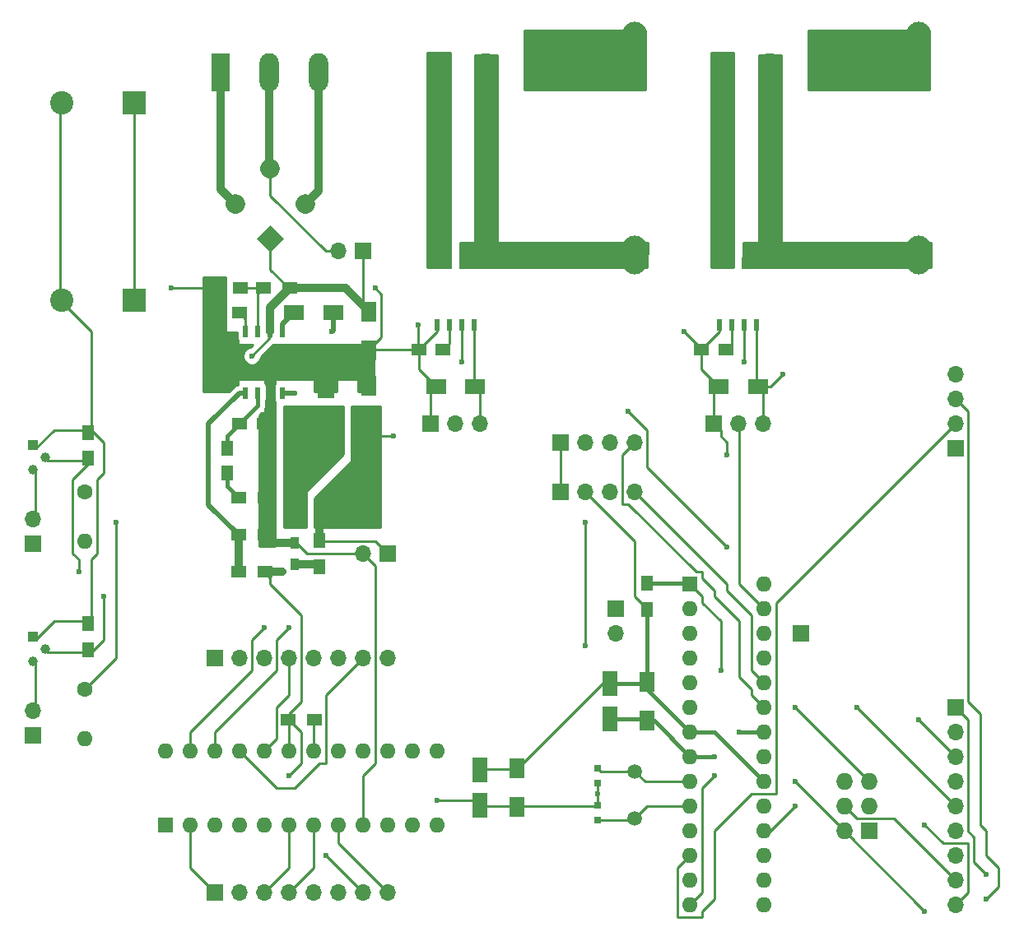
<source format=gbr>
G04 #@! TF.FileFunction,Copper,L1,Top,Signal*
%FSLAX46Y46*%
G04 Gerber Fmt 4.6, Leading zero omitted, Abs format (unit mm)*
G04 Created by KiCad (PCBNEW 4.0.7) date Fri Feb  9 05:02:28 2018*
%MOMM*%
%LPD*%
G01*
G04 APERTURE LIST*
%ADD10C,0.100000*%
%ADD11R,1.500000X1.250000*%
%ADD12R,1.600000X2.600000*%
%ADD13R,0.750000X0.800000*%
%ADD14R,1.600000X2.000000*%
%ADD15R,2.400000X2.400000*%
%ADD16C,2.400000*%
%ADD17R,2.000000X1.600000*%
%ADD18R,1.250000X1.500000*%
%ADD19C,2.000000*%
%ADD20R,1.800000X2.500000*%
%ADD21R,0.900000X1.200000*%
%ADD22O,2.500000X4.000000*%
%ADD23R,1.980000X3.960000*%
%ADD24O,1.980000X3.960000*%
%ADD25R,1.700000X1.700000*%
%ADD26O,1.700000X1.700000*%
%ADD27C,1.000000*%
%ADD28R,1.000000X1.000000*%
%ADD29R,1.600000X1.600000*%
%ADD30O,1.600000X1.600000*%
%ADD31R,0.508000X1.143000*%
%ADD32C,1.500000*%
%ADD33R,1.300000X1.500000*%
%ADD34R,1.500000X1.300000*%
%ADD35R,1.727200X1.727200*%
%ADD36O,1.727200X1.727200*%
%ADD37C,1.600000*%
%ADD38C,0.600000*%
%ADD39C,0.254000*%
%ADD40C,0.381000*%
%ADD41C,0.812800*%
%ADD42C,0.508000*%
G04 APERTURE END LIST*
D10*
D11*
X159238000Y-67310000D03*
X156738000Y-67310000D03*
D12*
X147320000Y-101705000D03*
X147320000Y-105305000D03*
D13*
X146050000Y-111875000D03*
X146050000Y-110375000D03*
D14*
X151130000Y-101505000D03*
X151130000Y-105505000D03*
D13*
X146050000Y-114185000D03*
X146050000Y-115685000D03*
D15*
X98425000Y-41910000D03*
D16*
X90925000Y-41910000D03*
D15*
X98425000Y-62230000D03*
D16*
X90925000Y-62230000D03*
D14*
X122555000Y-63405000D03*
X122555000Y-67405000D03*
X137795000Y-110395000D03*
X137795000Y-114395000D03*
D17*
X118840000Y-63500000D03*
X114840000Y-63500000D03*
D12*
X133985000Y-110595000D03*
X133985000Y-114195000D03*
D11*
X109200000Y-63500000D03*
X106700000Y-63500000D03*
D18*
X107950000Y-77490000D03*
X107950000Y-79990000D03*
D11*
X109240000Y-74930000D03*
X111740000Y-74930000D03*
D14*
X122555000Y-75025000D03*
X122555000Y-71025000D03*
D17*
X162528000Y-71120000D03*
X158528000Y-71120000D03*
X133445000Y-71120000D03*
X129445000Y-71120000D03*
D11*
X130155000Y-67310000D03*
X127655000Y-67310000D03*
D19*
X108802898Y-52287898D02*
X108802898Y-52287898D01*
X115987102Y-52287898D02*
X115987102Y-52287898D01*
X112395000Y-48695795D02*
X112395000Y-48695795D01*
D10*
G36*
X113809214Y-55880000D02*
X112395000Y-57294214D01*
X110980786Y-55880000D01*
X112395000Y-54465786D01*
X113809214Y-55880000D01*
X113809214Y-55880000D01*
G37*
D20*
X118110000Y-75025000D03*
X118110000Y-71025000D03*
D21*
X114935000Y-87165000D03*
X114935000Y-89365000D03*
D22*
X179070000Y-57560000D03*
X179070000Y-35560000D03*
X149860000Y-57560000D03*
X149860000Y-35560000D03*
D23*
X107315000Y-38735000D03*
D24*
X112315000Y-38735000D03*
X117315000Y-38735000D03*
D25*
X106680000Y-123190000D03*
D26*
X109220000Y-123190000D03*
X111760000Y-123190000D03*
X114300000Y-123190000D03*
X116840000Y-123190000D03*
X119380000Y-123190000D03*
X121920000Y-123190000D03*
X124460000Y-123190000D03*
D25*
X106680000Y-99060000D03*
D26*
X109220000Y-99060000D03*
X111760000Y-99060000D03*
X114300000Y-99060000D03*
X116840000Y-99060000D03*
X119380000Y-99060000D03*
X121920000Y-99060000D03*
X124460000Y-99060000D03*
D25*
X142240000Y-76835000D03*
D26*
X144780000Y-76835000D03*
X147320000Y-76835000D03*
X149860000Y-76835000D03*
D25*
X142240000Y-81915000D03*
D26*
X144780000Y-81915000D03*
X147320000Y-81915000D03*
X149860000Y-81915000D03*
D25*
X182880000Y-104140000D03*
D26*
X182880000Y-106680000D03*
X182880000Y-109220000D03*
X182880000Y-111760000D03*
X182880000Y-114300000D03*
X182880000Y-116840000D03*
X182880000Y-119380000D03*
X182880000Y-121920000D03*
X182880000Y-124460000D03*
D25*
X182880000Y-77470000D03*
D26*
X182880000Y-74930000D03*
X182880000Y-72390000D03*
X182880000Y-69850000D03*
D25*
X157988000Y-74930000D03*
D26*
X160528000Y-74930000D03*
X163068000Y-74930000D03*
D25*
X128905000Y-74930000D03*
D26*
X131445000Y-74930000D03*
X133985000Y-74930000D03*
D25*
X124460000Y-88265000D03*
D26*
X121920000Y-88265000D03*
D25*
X121920000Y-57150000D03*
D26*
X119380000Y-57150000D03*
D23*
X158750000Y-38735000D03*
D24*
X163750000Y-38735000D03*
X168750000Y-38735000D03*
D23*
X129540000Y-38735000D03*
D24*
X134540000Y-38735000D03*
X139540000Y-38735000D03*
D10*
G36*
X115345711Y-79929924D02*
X113790076Y-78374289D01*
X115204289Y-76960076D01*
X116759924Y-78515711D01*
X115345711Y-79929924D01*
X115345711Y-79929924D01*
G37*
G36*
X119745711Y-84329924D02*
X118190076Y-82774289D01*
X119604289Y-81360076D01*
X121159924Y-82915711D01*
X119745711Y-84329924D01*
X119745711Y-84329924D01*
G37*
D25*
X87947500Y-87312500D03*
D26*
X87947500Y-84772500D03*
D25*
X87947500Y-106997500D03*
D26*
X87947500Y-104457500D03*
D27*
X89217500Y-78422500D03*
X87947500Y-79692500D03*
D28*
X87947500Y-77152500D03*
D27*
X89217500Y-98107500D03*
X87947500Y-99377500D03*
D28*
X87947500Y-96837500D03*
D29*
X155575000Y-91440000D03*
D30*
X163195000Y-124460000D03*
X155575000Y-93980000D03*
X163195000Y-121920000D03*
X155575000Y-96520000D03*
X163195000Y-119380000D03*
X155575000Y-99060000D03*
X163195000Y-116840000D03*
X155575000Y-101600000D03*
X163195000Y-114300000D03*
X155575000Y-104140000D03*
X163195000Y-111760000D03*
X155575000Y-106680000D03*
X163195000Y-109220000D03*
X155575000Y-109220000D03*
X163195000Y-106680000D03*
X155575000Y-111760000D03*
X163195000Y-104140000D03*
X155575000Y-114300000D03*
X163195000Y-101600000D03*
X155575000Y-116840000D03*
X163195000Y-99060000D03*
X155575000Y-119380000D03*
X163195000Y-96520000D03*
X155575000Y-121920000D03*
X163195000Y-93980000D03*
X155575000Y-124460000D03*
X163195000Y-91440000D03*
D29*
X101600000Y-116205000D03*
D30*
X129540000Y-108585000D03*
X104140000Y-116205000D03*
X127000000Y-108585000D03*
X106680000Y-116205000D03*
X124460000Y-108585000D03*
X109220000Y-116205000D03*
X121920000Y-108585000D03*
X111760000Y-116205000D03*
X119380000Y-108585000D03*
X114300000Y-116205000D03*
X116840000Y-108585000D03*
X116840000Y-116205000D03*
X114300000Y-108585000D03*
X119380000Y-116205000D03*
X111760000Y-108585000D03*
X121920000Y-116205000D03*
X109220000Y-108585000D03*
X124460000Y-116205000D03*
X106680000Y-108585000D03*
X127000000Y-116205000D03*
X104140000Y-108585000D03*
X129540000Y-116205000D03*
X101600000Y-108585000D03*
D31*
X113665000Y-71755000D03*
X112395000Y-71755000D03*
X111125000Y-71755000D03*
X109855000Y-71755000D03*
X109855000Y-65405000D03*
X111125000Y-65405000D03*
X112395000Y-65405000D03*
X113665000Y-65405000D03*
X162433000Y-64770000D03*
X161163000Y-64770000D03*
X159893000Y-64770000D03*
X158623000Y-64770000D03*
X158623000Y-58420000D03*
X159893000Y-58420000D03*
X161163000Y-58420000D03*
X162433000Y-58420000D03*
X133350000Y-64770000D03*
X132080000Y-64770000D03*
X130810000Y-64770000D03*
X129540000Y-64770000D03*
X129540000Y-58420000D03*
X130810000Y-58420000D03*
X132080000Y-58420000D03*
X133350000Y-58420000D03*
D32*
X149860000Y-115570000D03*
X149860000Y-110690000D03*
D33*
X151130000Y-94060000D03*
X151130000Y-91360000D03*
D34*
X114220000Y-105410000D03*
X116920000Y-105410000D03*
X114380000Y-60960000D03*
X111680000Y-60960000D03*
X109300000Y-60960000D03*
X106600000Y-60960000D03*
X111840000Y-82550000D03*
X109140000Y-82550000D03*
X111840000Y-90170000D03*
X109140000Y-90170000D03*
X109140000Y-86360000D03*
X111840000Y-86360000D03*
D33*
X117475000Y-86915000D03*
X117475000Y-89615000D03*
X93662500Y-78502500D03*
X93662500Y-75802500D03*
X93662500Y-98187500D03*
X93662500Y-95487500D03*
D25*
X147955000Y-93980000D03*
D26*
X147955000Y-96520000D03*
D25*
X167005000Y-96520000D03*
D35*
X173990000Y-116840000D03*
D36*
X171450000Y-116840000D03*
X173990000Y-114300000D03*
X171450000Y-114300000D03*
X173990000Y-111760000D03*
X171450000Y-111760000D03*
D37*
X93345000Y-81915000D03*
D30*
X93345000Y-86995000D03*
D37*
X93345000Y-102235000D03*
D30*
X93345000Y-107315000D03*
D38*
X179705000Y-125095000D03*
X186055000Y-121285000D03*
X114300000Y-111125000D03*
X166370000Y-111760000D03*
X165100000Y-69850000D03*
X96520000Y-85090000D03*
X125095000Y-76200000D03*
X118745000Y-85090000D03*
X113665000Y-90170000D03*
X159385000Y-78105000D03*
X127635000Y-64770000D03*
X154940000Y-65405000D03*
X123190000Y-60960000D03*
X102235000Y-60960000D03*
X129540000Y-113665000D03*
X160655000Y-106680000D03*
X158115000Y-109220000D03*
X146050000Y-113030000D03*
X110490000Y-67945000D03*
X158750000Y-100330000D03*
X166370000Y-104140000D03*
X179705000Y-116205000D03*
X166370000Y-114300000D03*
X186055000Y-123825000D03*
X118110000Y-119380000D03*
X114300000Y-95885000D03*
X111760000Y-95885000D03*
X172720000Y-104140000D03*
X179070000Y-105410000D03*
X144780000Y-85090000D03*
X144780000Y-97790000D03*
X158115000Y-111125000D03*
X92710000Y-90170000D03*
X95250000Y-92710000D03*
X161163000Y-68580000D03*
X159385000Y-87630000D03*
X149225000Y-73660000D03*
X132080000Y-68580000D03*
X118745000Y-65405000D03*
X114935000Y-71755000D03*
D39*
X171450000Y-116840000D02*
X179705000Y-125095000D01*
X186055000Y-121285000D02*
X184785000Y-120015000D01*
X184785000Y-120015000D02*
X184785000Y-117475000D01*
X184785000Y-117475000D02*
X184150000Y-116840000D01*
X184150000Y-116840000D02*
X184150000Y-105410000D01*
X184150000Y-105410000D02*
X182880000Y-104140000D01*
X147320000Y-101705000D02*
X147320000Y-101600000D01*
X147320000Y-101600000D02*
X146685000Y-101600000D01*
X146685000Y-101600000D02*
X137795000Y-110490000D01*
X137795000Y-110490000D02*
X137795000Y-110395000D01*
X144780000Y-81915000D02*
X149860000Y-86995000D01*
X149860000Y-86995000D02*
X149860000Y-92710000D01*
X149860000Y-92710000D02*
X151130000Y-93980000D01*
X151130000Y-93980000D02*
X151130000Y-94060000D01*
X114220000Y-105410000D02*
X114300000Y-105410000D01*
X114300000Y-105410000D02*
X115570000Y-106680000D01*
X115570000Y-106680000D02*
X115570000Y-109855000D01*
X115570000Y-109855000D02*
X114300000Y-111125000D01*
X166370000Y-111760000D02*
X171450000Y-116840000D01*
X162528000Y-71120000D02*
X163830000Y-71120000D01*
X163830000Y-71120000D02*
X165100000Y-69850000D01*
X111840000Y-90170000D02*
X111760000Y-90170000D01*
X111760000Y-90170000D02*
X112395000Y-90805000D01*
X112395000Y-90805000D02*
X112395000Y-91440000D01*
X112395000Y-91440000D02*
X115570000Y-94615000D01*
X115570000Y-94615000D02*
X115570000Y-103505000D01*
X115570000Y-103505000D02*
X114300000Y-104775000D01*
X114300000Y-104775000D02*
X114300000Y-105410000D01*
X114300000Y-105410000D02*
X114220000Y-105410000D01*
X93345000Y-102235000D02*
X96520000Y-99060000D01*
X96520000Y-99060000D02*
X96520000Y-85090000D01*
X125095000Y-76200000D02*
X123825000Y-76200000D01*
X123825000Y-76200000D02*
X122555000Y-74930000D01*
X122555000Y-74930000D02*
X122555000Y-75025000D01*
X117475000Y-86915000D02*
X117475000Y-86995000D01*
X117475000Y-86995000D02*
X123190000Y-86995000D01*
X123190000Y-86995000D02*
X124460000Y-88265000D01*
X142240000Y-76835000D02*
X142240000Y-81915000D01*
X137795000Y-110395000D02*
X137795000Y-110490000D01*
X137795000Y-110490000D02*
X133985000Y-110490000D01*
X133985000Y-110490000D02*
X133985000Y-110595000D01*
X114220000Y-105410000D02*
X114300000Y-105410000D01*
X114300000Y-105410000D02*
X114300000Y-108585000D01*
X163068000Y-74930000D02*
X163068000Y-71660000D01*
X163068000Y-71660000D02*
X162528000Y-71120000D01*
X162433000Y-64770000D02*
X162433000Y-71025000D01*
X162433000Y-71025000D02*
X162528000Y-71120000D01*
X133985000Y-74930000D02*
X133985000Y-71660000D01*
X133985000Y-71660000D02*
X133445000Y-71120000D01*
X133350000Y-64770000D02*
X133350000Y-71025000D01*
X133350000Y-71025000D02*
X133445000Y-71120000D01*
X163068000Y-71660000D02*
X162528000Y-71120000D01*
X162433000Y-71025000D02*
X162528000Y-71120000D01*
D40*
X151130000Y-94060000D02*
X151130000Y-101505000D01*
X155575000Y-106680000D02*
X158115000Y-106680000D01*
X158115000Y-106680000D02*
X163195000Y-111760000D01*
X151130000Y-101505000D02*
X151130000Y-102235000D01*
X151130000Y-102235000D02*
X155575000Y-106680000D01*
X147320000Y-101705000D02*
X150930000Y-101705000D01*
X150930000Y-101705000D02*
X151130000Y-101505000D01*
D41*
X111840000Y-90170000D02*
X113665000Y-90170000D01*
X117475000Y-86915000D02*
X117475000Y-85090000D01*
D39*
X119380000Y-57150000D02*
X118110000Y-57150000D01*
X118110000Y-57150000D02*
X112395000Y-51435000D01*
X112395000Y-51435000D02*
X112395000Y-48695795D01*
X157988000Y-74930000D02*
X158115000Y-74930000D01*
X158115000Y-74930000D02*
X158750000Y-75565000D01*
X158750000Y-75565000D02*
X158750000Y-76200000D01*
X158750000Y-76200000D02*
X159385000Y-76835000D01*
X159385000Y-76835000D02*
X159385000Y-78105000D01*
X127655000Y-67310000D02*
X127635000Y-67310000D01*
X127635000Y-67310000D02*
X127635000Y-64770000D01*
X154940000Y-65405000D02*
X156845000Y-67310000D01*
X156845000Y-67310000D02*
X156738000Y-67310000D01*
X121920000Y-88265000D02*
X123190000Y-89535000D01*
X123190000Y-89535000D02*
X123190000Y-109855000D01*
X123190000Y-109855000D02*
X121920000Y-111125000D01*
X121920000Y-111125000D02*
X121920000Y-116205000D01*
X90925000Y-62230000D02*
X90805000Y-62230000D01*
X90805000Y-62230000D02*
X93980000Y-65405000D01*
X93980000Y-65405000D02*
X93980000Y-75565000D01*
X93980000Y-75565000D02*
X93662500Y-75802500D01*
X122555000Y-67405000D02*
X122555000Y-67310000D01*
X122555000Y-67310000D02*
X123825000Y-66040000D01*
X123825000Y-66040000D02*
X123825000Y-61595000D01*
X123825000Y-61595000D02*
X123190000Y-60960000D01*
X90925000Y-62230000D02*
X90805000Y-62230000D01*
X90805000Y-62230000D02*
X90805000Y-41910000D01*
X90805000Y-41910000D02*
X90925000Y-41910000D01*
X106600000Y-60960000D02*
X102235000Y-60960000D01*
X93662500Y-75802500D02*
X93980000Y-75565000D01*
X93980000Y-75565000D02*
X95250000Y-76835000D01*
X95250000Y-76835000D02*
X95250000Y-80010000D01*
X95250000Y-80010000D02*
X94615000Y-80645000D01*
X94615000Y-80645000D02*
X94615000Y-88265000D01*
X94615000Y-88265000D02*
X93980000Y-88900000D01*
X93980000Y-88900000D02*
X93980000Y-95250000D01*
X93980000Y-95250000D02*
X93662500Y-95487500D01*
X129540000Y-113665000D02*
X133350000Y-113665000D01*
X133350000Y-113665000D02*
X133985000Y-114300000D01*
X133985000Y-114300000D02*
X133985000Y-114195000D01*
X93662500Y-95487500D02*
X93980000Y-95250000D01*
X93980000Y-95250000D02*
X90170000Y-95250000D01*
X90170000Y-95250000D02*
X88265000Y-97155000D01*
X88265000Y-97155000D02*
X87947500Y-96837500D01*
X93662500Y-75802500D02*
X93980000Y-75565000D01*
X93980000Y-75565000D02*
X90170000Y-75565000D01*
X90170000Y-75565000D02*
X88265000Y-77470000D01*
X88265000Y-77470000D02*
X87947500Y-77152500D01*
X114935000Y-87165000D02*
X114935000Y-86995000D01*
X114935000Y-86995000D02*
X116205000Y-88265000D01*
X116205000Y-88265000D02*
X121920000Y-88265000D01*
X137795000Y-114395000D02*
X137795000Y-114300000D01*
X137795000Y-114300000D02*
X146050000Y-114300000D01*
X146050000Y-114300000D02*
X146050000Y-114185000D01*
X122555000Y-67405000D02*
X122555000Y-67310000D01*
X122555000Y-67310000D02*
X127655000Y-67310000D01*
X133985000Y-114195000D02*
X133985000Y-114300000D01*
X133985000Y-114300000D02*
X137795000Y-114300000D01*
X137795000Y-114300000D02*
X137795000Y-114395000D01*
D41*
X112315000Y-48615795D02*
X112395000Y-48695795D01*
X112315000Y-38735000D02*
X112315000Y-48615795D01*
D39*
X158623000Y-64770000D02*
X158623000Y-65425000D01*
X157988000Y-74930000D02*
X157988000Y-71660000D01*
X157988000Y-71660000D02*
X158528000Y-71120000D01*
X156738000Y-67310000D02*
X156738000Y-69330000D01*
X156738000Y-69330000D02*
X158528000Y-71120000D01*
X158623000Y-65425000D02*
X156738000Y-67310000D01*
X127655000Y-67310000D02*
X127655000Y-69330000D01*
X127655000Y-69330000D02*
X129445000Y-71120000D01*
X129540000Y-64770000D02*
X129540000Y-65425000D01*
X129540000Y-65425000D02*
X127655000Y-67310000D01*
X128905000Y-74930000D02*
X128905000Y-71660000D01*
X128905000Y-71660000D02*
X129445000Y-71120000D01*
X157988000Y-71660000D02*
X158528000Y-71120000D01*
D40*
X155575000Y-109220000D02*
X158115000Y-109220000D01*
X160655000Y-106680000D02*
X163195000Y-106680000D01*
X151130000Y-105505000D02*
X151860000Y-105505000D01*
X151860000Y-105505000D02*
X155575000Y-109220000D01*
X147320000Y-105305000D02*
X150930000Y-105305000D01*
X150930000Y-105305000D02*
X151130000Y-105505000D01*
D39*
X146050000Y-111875000D02*
X146050000Y-113030000D01*
X146050000Y-113030000D02*
X146050000Y-114185000D01*
D41*
X114935000Y-87165000D02*
X112645000Y-87165000D01*
X112645000Y-87165000D02*
X111840000Y-86360000D01*
X111840000Y-75030000D02*
X111740000Y-74930000D01*
D39*
X149860000Y-110690000D02*
X146365000Y-110690000D01*
X146365000Y-110690000D02*
X146050000Y-110375000D01*
X146365000Y-110690000D02*
X146165000Y-110490000D01*
X155575000Y-111760000D02*
X150930000Y-111760000D01*
X150930000Y-111760000D02*
X149860000Y-110690000D01*
X146050000Y-115685000D02*
X149745000Y-115685000D01*
X149745000Y-115685000D02*
X149860000Y-115570000D01*
X155575000Y-114300000D02*
X151130000Y-114300000D01*
X151130000Y-114300000D02*
X149860000Y-115570000D01*
X112395000Y-65405000D02*
X112395000Y-66040000D01*
X112395000Y-66040000D02*
X110490000Y-67945000D01*
X98425000Y-62230000D02*
X98425000Y-41910000D01*
X114380000Y-60960000D02*
X114300000Y-60960000D01*
X114300000Y-60960000D02*
X112395000Y-59055000D01*
X112395000Y-59055000D02*
X112395000Y-55880000D01*
X122555000Y-63405000D02*
X122555000Y-63500000D01*
X122555000Y-63500000D02*
X121920000Y-62865000D01*
X121920000Y-62865000D02*
X121920000Y-57150000D01*
D41*
X120110000Y-60960000D02*
X122555000Y-63405000D01*
X114380000Y-60960000D02*
X120110000Y-60960000D01*
X112395000Y-65405000D02*
X112395000Y-62945000D01*
X112395000Y-62945000D02*
X114380000Y-60960000D01*
X122555000Y-63405000D02*
X122540000Y-63405000D01*
D39*
X109855000Y-65405000D02*
X109855000Y-64155000D01*
X109855000Y-64155000D02*
X109200000Y-63500000D01*
X155575000Y-91440000D02*
X156845000Y-92710000D01*
X156845000Y-92710000D02*
X156845000Y-93345000D01*
X156845000Y-93345000D02*
X158750000Y-95250000D01*
X158750000Y-95250000D02*
X158750000Y-100330000D01*
X166370000Y-104140000D02*
X173990000Y-111760000D01*
D40*
X151130000Y-91360000D02*
X155495000Y-91360000D01*
X155495000Y-91360000D02*
X155575000Y-91440000D01*
D39*
X179705000Y-116205000D02*
X181610000Y-118110000D01*
X181610000Y-118110000D02*
X184150000Y-118110000D01*
X184150000Y-118110000D02*
X184150000Y-123190000D01*
X184150000Y-123190000D02*
X182880000Y-124460000D01*
X171450000Y-114300000D02*
X172720000Y-115570000D01*
X172720000Y-115570000D02*
X176530000Y-115570000D01*
X176530000Y-115570000D02*
X182880000Y-121920000D01*
X163195000Y-116840000D02*
X163830000Y-116840000D01*
X163830000Y-116840000D02*
X166370000Y-114300000D01*
D41*
X117315000Y-50960000D02*
X115987102Y-52287898D01*
X117315000Y-38735000D02*
X117315000Y-50960000D01*
X107315000Y-50800000D02*
X108802898Y-52287898D01*
X107315000Y-38735000D02*
X107315000Y-50800000D01*
D39*
X182880000Y-74930000D02*
X164465000Y-93345000D01*
X164465000Y-93345000D02*
X164465000Y-113030000D01*
X164465000Y-113030000D02*
X161925000Y-113030000D01*
X161925000Y-113030000D02*
X158115000Y-116840000D01*
X158115000Y-116840000D02*
X158115000Y-123825000D01*
X158115000Y-123825000D02*
X156845000Y-125095000D01*
X156845000Y-125095000D02*
X156845000Y-125730000D01*
X156845000Y-125730000D02*
X154305000Y-125730000D01*
X154305000Y-125730000D02*
X154305000Y-120650000D01*
X154305000Y-120650000D02*
X155575000Y-119380000D01*
X186055000Y-123825000D02*
X187325000Y-122555000D01*
X187325000Y-122555000D02*
X187325000Y-120650000D01*
X187325000Y-120650000D02*
X186055000Y-119380000D01*
X186055000Y-119380000D02*
X186055000Y-116840000D01*
X186055000Y-116840000D02*
X185420000Y-116205000D01*
X185420000Y-116205000D02*
X185420000Y-104775000D01*
X185420000Y-104775000D02*
X184150000Y-103505000D01*
X184150000Y-103505000D02*
X184150000Y-73660000D01*
X184150000Y-73660000D02*
X182880000Y-72390000D01*
D41*
X114935000Y-89365000D02*
X117225000Y-89365000D01*
X117225000Y-89365000D02*
X117475000Y-89615000D01*
D39*
X106680000Y-123190000D02*
X104140000Y-120650000D01*
X104140000Y-120650000D02*
X104140000Y-116205000D01*
X111760000Y-123190000D02*
X114300000Y-120650000D01*
X114300000Y-120650000D02*
X114300000Y-116205000D01*
X114300000Y-123190000D02*
X116840000Y-120650000D01*
X116840000Y-120650000D02*
X116840000Y-116205000D01*
X118110000Y-119380000D02*
X121920000Y-123190000D01*
X124460000Y-123190000D02*
X119380000Y-118110000D01*
X119380000Y-118110000D02*
X119380000Y-116205000D01*
X111760000Y-108585000D02*
X113030000Y-107315000D01*
X113030000Y-107315000D02*
X113030000Y-104140000D01*
X113030000Y-104140000D02*
X114300000Y-102870000D01*
X114300000Y-102870000D02*
X114300000Y-99060000D01*
X114300000Y-95885000D02*
X113030000Y-97155000D01*
X113030000Y-97155000D02*
X113030000Y-100330000D01*
X113030000Y-100330000D02*
X106680000Y-106680000D01*
X106680000Y-106680000D02*
X106680000Y-108585000D01*
X121920000Y-99060000D02*
X118110000Y-102870000D01*
X118110000Y-102870000D02*
X118110000Y-109855000D01*
X118110000Y-109855000D02*
X117475000Y-109855000D01*
X117475000Y-109855000D02*
X114935000Y-112395000D01*
X114935000Y-112395000D02*
X113030000Y-112395000D01*
X113030000Y-112395000D02*
X109220000Y-108585000D01*
X111760000Y-95885000D02*
X110490000Y-97155000D01*
X110490000Y-97155000D02*
X110490000Y-100330000D01*
X110490000Y-100330000D02*
X104140000Y-106680000D01*
X104140000Y-106680000D02*
X104140000Y-108585000D01*
X182880000Y-114300000D02*
X172720000Y-104140000D01*
X179070000Y-105410000D02*
X182880000Y-109220000D01*
X149860000Y-76835000D02*
X148590000Y-78105000D01*
X148590000Y-78105000D02*
X148590000Y-83185000D01*
X148590000Y-83185000D02*
X149225000Y-83185000D01*
X149225000Y-83185000D02*
X156210000Y-90170000D01*
X156210000Y-90170000D02*
X156845000Y-90170000D01*
X156845000Y-90170000D02*
X156845000Y-90805000D01*
X156845000Y-90805000D02*
X158115000Y-92075000D01*
X158115000Y-92075000D02*
X158115000Y-92710000D01*
X158115000Y-92710000D02*
X160655000Y-95250000D01*
X160655000Y-95250000D02*
X160655000Y-100965000D01*
X160655000Y-100965000D02*
X161925000Y-102235000D01*
X161925000Y-102235000D02*
X161925000Y-102870000D01*
X161925000Y-102870000D02*
X163195000Y-104140000D01*
X144780000Y-85090000D02*
X144780000Y-97790000D01*
X158115000Y-111125000D02*
X156845000Y-112395000D01*
X156845000Y-112395000D02*
X156845000Y-123190000D01*
X156845000Y-123190000D02*
X155575000Y-124460000D01*
X149860000Y-81915000D02*
X159385000Y-91440000D01*
X159385000Y-91440000D02*
X159385000Y-92075000D01*
X159385000Y-92075000D02*
X161925000Y-94615000D01*
X161925000Y-94615000D02*
X161925000Y-100330000D01*
X161925000Y-100330000D02*
X163195000Y-101600000D01*
X87947500Y-79692500D02*
X88265000Y-80010000D01*
X88265000Y-80010000D02*
X88265000Y-85090000D01*
X88265000Y-85090000D02*
X87947500Y-84772500D01*
X87947500Y-104457500D02*
X88265000Y-104775000D01*
X88265000Y-104775000D02*
X88265000Y-99695000D01*
X88265000Y-99695000D02*
X87947500Y-99377500D01*
X93662500Y-78502500D02*
X93980000Y-78740000D01*
X93980000Y-78740000D02*
X92075000Y-80645000D01*
X92075000Y-80645000D02*
X92075000Y-88265000D01*
X92075000Y-88265000D02*
X92710000Y-88900000D01*
X92710000Y-88900000D02*
X92710000Y-90170000D01*
X89217500Y-78422500D02*
X89535000Y-78740000D01*
X89535000Y-78740000D02*
X93980000Y-78740000D01*
X93980000Y-78740000D02*
X93662500Y-78502500D01*
X95250000Y-92710000D02*
X95250000Y-97155000D01*
X95250000Y-97155000D02*
X93980000Y-98425000D01*
X93980000Y-98425000D02*
X93662500Y-98187500D01*
X93662500Y-98187500D02*
X93980000Y-98425000D01*
X93980000Y-98425000D02*
X89535000Y-98425000D01*
X89535000Y-98425000D02*
X89217500Y-98107500D01*
X109300000Y-60960000D02*
X111680000Y-60960000D01*
X111125000Y-65405000D02*
X111125000Y-61515000D01*
X111125000Y-61515000D02*
X111680000Y-60960000D01*
X163195000Y-93980000D02*
X160655000Y-91440000D01*
X160655000Y-91440000D02*
X160655000Y-74930000D01*
X160655000Y-74930000D02*
X160528000Y-74930000D01*
X161163000Y-64770000D02*
X161163000Y-68580000D01*
X159385000Y-87630000D02*
X151130000Y-79375000D01*
X151130000Y-79375000D02*
X151130000Y-75565000D01*
X151130000Y-75565000D02*
X149225000Y-73660000D01*
X132080000Y-64770000D02*
X132080000Y-68580000D01*
D42*
X113665000Y-71755000D02*
X114935000Y-71755000D01*
X118840000Y-65310000D02*
X118840000Y-63500000D01*
X118745000Y-65405000D02*
X118840000Y-65310000D01*
X113665000Y-65405000D02*
X113665000Y-64675000D01*
X113665000Y-64675000D02*
X114840000Y-63500000D01*
D40*
X111125000Y-71755000D02*
X111125000Y-73045000D01*
X111125000Y-73045000D02*
X109240000Y-74930000D01*
X107950000Y-77490000D02*
X107950000Y-76220000D01*
X107950000Y-76220000D02*
X109240000Y-74930000D01*
X107950000Y-79990000D02*
X107950000Y-81360000D01*
X107950000Y-81360000D02*
X109140000Y-82550000D01*
D39*
X116920000Y-105410000D02*
X116840000Y-105410000D01*
X116840000Y-105410000D02*
X116840000Y-108585000D01*
X159893000Y-64770000D02*
X159893000Y-66655000D01*
X159893000Y-66655000D02*
X159238000Y-67310000D01*
X130810000Y-64770000D02*
X130810000Y-66655000D01*
X130810000Y-66655000D02*
X130155000Y-67310000D01*
D42*
X109855000Y-71755000D02*
X109220000Y-71755000D01*
X106045000Y-83265000D02*
X109140000Y-86360000D01*
X106045000Y-74930000D02*
X106045000Y-83265000D01*
X109220000Y-71755000D02*
X106045000Y-74930000D01*
D41*
X109140000Y-86360000D02*
X109140000Y-90170000D01*
D39*
G36*
X107823000Y-62774064D02*
X107802560Y-62875000D01*
X107802560Y-64125000D01*
X107823000Y-64233629D01*
X107823000Y-65405000D01*
X107833006Y-65454410D01*
X107861447Y-65496035D01*
X107903841Y-65523315D01*
X107950000Y-65532000D01*
X108953560Y-65532000D01*
X108953560Y-65976500D01*
X108997838Y-66211817D01*
X109093000Y-66359703D01*
X109093000Y-66675000D01*
X109103006Y-66724410D01*
X109131447Y-66766035D01*
X109173841Y-66793315D01*
X109220000Y-66802000D01*
X110555370Y-66802000D01*
X110347495Y-67009875D01*
X110304833Y-67009838D01*
X109961057Y-67151883D01*
X109697808Y-67414673D01*
X109555162Y-67758201D01*
X109554838Y-68130167D01*
X109696883Y-68473943D01*
X109959673Y-68737192D01*
X110303201Y-68879838D01*
X110675167Y-68880162D01*
X111018943Y-68738117D01*
X111282192Y-68475327D01*
X111424838Y-68131799D01*
X111424876Y-68087754D01*
X112710630Y-66802000D01*
X123063000Y-66802000D01*
X123063000Y-71628000D01*
X121412000Y-71628000D01*
X121412000Y-70485000D01*
X121401994Y-70435590D01*
X121373553Y-70393965D01*
X121331159Y-70366685D01*
X121285000Y-70358000D01*
X119380000Y-70358000D01*
X119330590Y-70368006D01*
X119288965Y-70396447D01*
X119261685Y-70438841D01*
X119253000Y-70485000D01*
X119253000Y-71628000D01*
X116967000Y-71628000D01*
X116967000Y-70485000D01*
X116956994Y-70435590D01*
X116928553Y-70393965D01*
X116886159Y-70366685D01*
X116840000Y-70358000D01*
X113030000Y-70358000D01*
X112980590Y-70368006D01*
X112938965Y-70396447D01*
X112911685Y-70438841D01*
X112903000Y-70485000D01*
X112903000Y-70802187D01*
X112814569Y-70931610D01*
X112763560Y-71183500D01*
X112763560Y-72326500D01*
X112807838Y-72561817D01*
X112903000Y-72709703D01*
X112903000Y-87503000D01*
X111252000Y-87503000D01*
X111252000Y-74085433D01*
X111550433Y-73787000D01*
X111760000Y-73787000D01*
X111809410Y-73776994D01*
X111851035Y-73748553D01*
X111878315Y-73706159D01*
X111887000Y-73660000D01*
X111887000Y-73361897D01*
X111887663Y-73360905D01*
X111925271Y-73171838D01*
X111950501Y-73045000D01*
X111950500Y-73044995D01*
X111950500Y-72614878D01*
X111975431Y-72578390D01*
X112026440Y-72326500D01*
X112026440Y-71183500D01*
X111982162Y-70948183D01*
X111887000Y-70800297D01*
X111887000Y-70485000D01*
X111876994Y-70435590D01*
X111848553Y-70393965D01*
X111806159Y-70366685D01*
X111760000Y-70358000D01*
X109220000Y-70358000D01*
X109170590Y-70368006D01*
X109128965Y-70396447D01*
X109101685Y-70438841D01*
X109093000Y-70485000D01*
X109093000Y-70802187D01*
X109022565Y-70905272D01*
X108879794Y-70933671D01*
X108591382Y-71126382D01*
X108089764Y-71628000D01*
X105537000Y-71628000D01*
X105537000Y-59817000D01*
X107823000Y-59817000D01*
X107823000Y-62774064D01*
X107823000Y-62774064D01*
G37*
X107823000Y-62774064D02*
X107802560Y-62875000D01*
X107802560Y-64125000D01*
X107823000Y-64233629D01*
X107823000Y-65405000D01*
X107833006Y-65454410D01*
X107861447Y-65496035D01*
X107903841Y-65523315D01*
X107950000Y-65532000D01*
X108953560Y-65532000D01*
X108953560Y-65976500D01*
X108997838Y-66211817D01*
X109093000Y-66359703D01*
X109093000Y-66675000D01*
X109103006Y-66724410D01*
X109131447Y-66766035D01*
X109173841Y-66793315D01*
X109220000Y-66802000D01*
X110555370Y-66802000D01*
X110347495Y-67009875D01*
X110304833Y-67009838D01*
X109961057Y-67151883D01*
X109697808Y-67414673D01*
X109555162Y-67758201D01*
X109554838Y-68130167D01*
X109696883Y-68473943D01*
X109959673Y-68737192D01*
X110303201Y-68879838D01*
X110675167Y-68880162D01*
X111018943Y-68738117D01*
X111282192Y-68475327D01*
X111424838Y-68131799D01*
X111424876Y-68087754D01*
X112710630Y-66802000D01*
X123063000Y-66802000D01*
X123063000Y-71628000D01*
X121412000Y-71628000D01*
X121412000Y-70485000D01*
X121401994Y-70435590D01*
X121373553Y-70393965D01*
X121331159Y-70366685D01*
X121285000Y-70358000D01*
X119380000Y-70358000D01*
X119330590Y-70368006D01*
X119288965Y-70396447D01*
X119261685Y-70438841D01*
X119253000Y-70485000D01*
X119253000Y-71628000D01*
X116967000Y-71628000D01*
X116967000Y-70485000D01*
X116956994Y-70435590D01*
X116928553Y-70393965D01*
X116886159Y-70366685D01*
X116840000Y-70358000D01*
X113030000Y-70358000D01*
X112980590Y-70368006D01*
X112938965Y-70396447D01*
X112911685Y-70438841D01*
X112903000Y-70485000D01*
X112903000Y-70802187D01*
X112814569Y-70931610D01*
X112763560Y-71183500D01*
X112763560Y-72326500D01*
X112807838Y-72561817D01*
X112903000Y-72709703D01*
X112903000Y-87503000D01*
X111252000Y-87503000D01*
X111252000Y-74085433D01*
X111550433Y-73787000D01*
X111760000Y-73787000D01*
X111809410Y-73776994D01*
X111851035Y-73748553D01*
X111878315Y-73706159D01*
X111887000Y-73660000D01*
X111887000Y-73361897D01*
X111887663Y-73360905D01*
X111925271Y-73171838D01*
X111950501Y-73045000D01*
X111950500Y-73044995D01*
X111950500Y-72614878D01*
X111975431Y-72578390D01*
X112026440Y-72326500D01*
X112026440Y-71183500D01*
X111982162Y-70948183D01*
X111887000Y-70800297D01*
X111887000Y-70485000D01*
X111876994Y-70435590D01*
X111848553Y-70393965D01*
X111806159Y-70366685D01*
X111760000Y-70358000D01*
X109220000Y-70358000D01*
X109170590Y-70368006D01*
X109128965Y-70396447D01*
X109101685Y-70438841D01*
X109093000Y-70485000D01*
X109093000Y-70802187D01*
X109022565Y-70905272D01*
X108879794Y-70933671D01*
X108591382Y-71126382D01*
X108089764Y-71628000D01*
X105537000Y-71628000D01*
X105537000Y-59817000D01*
X107823000Y-59817000D01*
X107823000Y-62774064D01*
G36*
X123698000Y-85598000D02*
X116967000Y-85598000D01*
X116967000Y-82602606D01*
X120739803Y-78829803D01*
X120767666Y-78787789D01*
X120777000Y-78740000D01*
X120777000Y-73152000D01*
X123698000Y-73152000D01*
X123698000Y-85598000D01*
X123698000Y-85598000D01*
G37*
X123698000Y-85598000D02*
X116967000Y-85598000D01*
X116967000Y-82602606D01*
X120739803Y-78829803D01*
X120767666Y-78787789D01*
X120777000Y-78740000D01*
X120777000Y-73152000D01*
X123698000Y-73152000D01*
X123698000Y-85598000D01*
G36*
X119888000Y-78052394D02*
X116115197Y-81825197D01*
X116087334Y-81867211D01*
X116078000Y-81915000D01*
X116078000Y-85598000D01*
X113792000Y-85598000D01*
X113792000Y-73152000D01*
X119888000Y-73152000D01*
X119888000Y-78052394D01*
X119888000Y-78052394D01*
G37*
X119888000Y-78052394D02*
X116115197Y-81825197D01*
X116087334Y-81867211D01*
X116078000Y-81915000D01*
X116078000Y-85598000D01*
X113792000Y-85598000D01*
X113792000Y-73152000D01*
X119888000Y-73152000D01*
X119888000Y-78052394D01*
G36*
X130937000Y-58801000D02*
X128524000Y-58801000D01*
X128524000Y-36703000D01*
X130937000Y-36703000D01*
X130937000Y-58801000D01*
X130937000Y-58801000D01*
G37*
X130937000Y-58801000D02*
X128524000Y-58801000D01*
X128524000Y-36703000D01*
X130937000Y-36703000D01*
X130937000Y-58801000D01*
G36*
X135763000Y-56134000D02*
X135773006Y-56183410D01*
X135801447Y-56225035D01*
X135843841Y-56252315D01*
X135890000Y-56261000D01*
X151251096Y-56261000D01*
X151135642Y-58801000D01*
X131953000Y-58801000D01*
X131953000Y-56261000D01*
X133350000Y-56261000D01*
X133399410Y-56250994D01*
X133441035Y-56222553D01*
X133468315Y-56180159D01*
X133477000Y-56134000D01*
X133477000Y-36957000D01*
X135763000Y-36957000D01*
X135763000Y-56134000D01*
X135763000Y-56134000D01*
G37*
X135763000Y-56134000D02*
X135773006Y-56183410D01*
X135801447Y-56225035D01*
X135843841Y-56252315D01*
X135890000Y-56261000D01*
X151251096Y-56261000D01*
X151135642Y-58801000D01*
X131953000Y-58801000D01*
X131953000Y-56261000D01*
X133350000Y-56261000D01*
X133399410Y-56250994D01*
X133441035Y-56222553D01*
X133468315Y-56180159D01*
X133477000Y-56134000D01*
X133477000Y-36957000D01*
X135763000Y-36957000D01*
X135763000Y-56134000D01*
G36*
X151003000Y-40513000D02*
X138557000Y-40513000D01*
X138557000Y-34417000D01*
X151003000Y-34417000D01*
X151003000Y-40513000D01*
X151003000Y-40513000D01*
G37*
X151003000Y-40513000D02*
X138557000Y-40513000D01*
X138557000Y-34417000D01*
X151003000Y-34417000D01*
X151003000Y-40513000D01*
G36*
X180213000Y-40513000D02*
X167767000Y-40513000D01*
X167767000Y-34417000D01*
X180213000Y-34417000D01*
X180213000Y-40513000D01*
X180213000Y-40513000D01*
G37*
X180213000Y-40513000D02*
X167767000Y-40513000D01*
X167767000Y-34417000D01*
X180213000Y-34417000D01*
X180213000Y-40513000D01*
G36*
X164973000Y-56134000D02*
X164983006Y-56183410D01*
X165011447Y-56225035D01*
X165053841Y-56252315D01*
X165100000Y-56261000D01*
X180340000Y-56261000D01*
X180340000Y-58801000D01*
X161036000Y-58801000D01*
X161036000Y-56261000D01*
X162560000Y-56261000D01*
X162609410Y-56250994D01*
X162651035Y-56222553D01*
X162678315Y-56180159D01*
X162687000Y-56134000D01*
X162687000Y-36957000D01*
X164973000Y-36957000D01*
X164973000Y-56134000D01*
X164973000Y-56134000D01*
G37*
X164973000Y-56134000D02*
X164983006Y-56183410D01*
X165011447Y-56225035D01*
X165053841Y-56252315D01*
X165100000Y-56261000D01*
X180340000Y-56261000D01*
X180340000Y-58801000D01*
X161036000Y-58801000D01*
X161036000Y-56261000D01*
X162560000Y-56261000D01*
X162609410Y-56250994D01*
X162651035Y-56222553D01*
X162678315Y-56180159D01*
X162687000Y-56134000D01*
X162687000Y-36957000D01*
X164973000Y-36957000D01*
X164973000Y-56134000D01*
G36*
X160020000Y-58801000D02*
X157734000Y-58801000D01*
X157734000Y-36703000D01*
X160020000Y-36703000D01*
X160020000Y-58801000D01*
X160020000Y-58801000D01*
G37*
X160020000Y-58801000D02*
X157734000Y-58801000D01*
X157734000Y-36703000D01*
X160020000Y-36703000D01*
X160020000Y-58801000D01*
M02*

</source>
